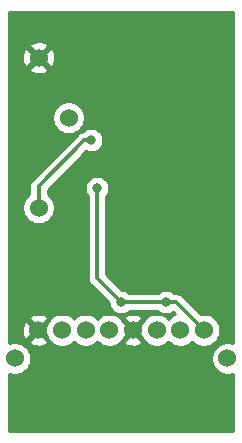
<source format=gbr>
G04 #@! TF.GenerationSoftware,KiCad,Pcbnew,5.1.5-52549c5~84~ubuntu18.04.1*
G04 #@! TF.CreationDate,2020-01-22T16:22:53-05:00*
G04 #@! TF.ProjectId,ATA,4154412e-6b69-4636-9164-5f7063625858,1.0*
G04 #@! TF.SameCoordinates,Original*
G04 #@! TF.FileFunction,Copper,L2,Bot*
G04 #@! TF.FilePolarity,Positive*
%FSLAX46Y46*%
G04 Gerber Fmt 4.6, Leading zero omitted, Abs format (unit mm)*
G04 Created by KiCad (PCBNEW 5.1.5-52549c5~84~ubuntu18.04.1) date 2020-01-22 16:22:53*
%MOMM*%
%LPD*%
G04 APERTURE LIST*
%ADD10C,1.524000*%
%ADD11C,0.800000*%
%ADD12C,0.300000*%
%ADD13C,0.254000*%
G04 APERTURE END LIST*
D10*
X155050000Y-101785000D03*
X137050000Y-101785000D03*
X153050000Y-99385000D03*
X139050000Y-99385000D03*
X151050000Y-99385000D03*
X141050000Y-99385000D03*
X149050000Y-99385000D03*
X143050000Y-99385000D03*
X147050000Y-99385000D03*
X145050000Y-99385000D03*
X139065000Y-76327000D03*
X139065000Y-89027000D03*
X141605000Y-81407000D03*
D11*
X146812000Y-87376000D03*
X146050000Y-97028000D03*
X149860000Y-97028000D03*
X144018000Y-87376000D03*
X143510000Y-83312000D03*
D12*
X146050000Y-97028000D02*
X149860000Y-97028000D01*
X150693000Y-97028000D02*
X153050000Y-99385000D01*
X149860000Y-97028000D02*
X150693000Y-97028000D01*
X144018000Y-94996000D02*
X146050000Y-97028000D01*
X144018000Y-87376000D02*
X144018000Y-94996000D01*
X139065000Y-87249000D02*
X139065000Y-89027000D01*
X139065000Y-87949370D02*
X139065000Y-89027000D01*
X142944315Y-83312000D02*
X139065000Y-87191315D01*
X143510000Y-83312000D02*
X142944315Y-83312000D01*
D13*
G36*
X155550000Y-100480005D02*
G01*
X155457490Y-100441686D01*
X155187592Y-100388000D01*
X154912408Y-100388000D01*
X154642510Y-100441686D01*
X154388273Y-100546995D01*
X154159465Y-100699880D01*
X153964880Y-100894465D01*
X153811995Y-101123273D01*
X153706686Y-101377510D01*
X153653000Y-101647408D01*
X153653000Y-101922592D01*
X153706686Y-102192490D01*
X153811995Y-102446727D01*
X153964880Y-102675535D01*
X154159465Y-102870120D01*
X154388273Y-103023005D01*
X154642510Y-103128314D01*
X154912408Y-103182000D01*
X155187592Y-103182000D01*
X155457490Y-103128314D01*
X155550000Y-103089995D01*
X155550000Y-107925000D01*
X136550000Y-107925000D01*
X136550000Y-103089995D01*
X136642510Y-103128314D01*
X136912408Y-103182000D01*
X137187592Y-103182000D01*
X137457490Y-103128314D01*
X137711727Y-103023005D01*
X137940535Y-102870120D01*
X138135120Y-102675535D01*
X138288005Y-102446727D01*
X138393314Y-102192490D01*
X138447000Y-101922592D01*
X138447000Y-101647408D01*
X138393314Y-101377510D01*
X138288005Y-101123273D01*
X138135120Y-100894465D01*
X137940535Y-100699880D01*
X137711727Y-100546995D01*
X137457490Y-100441686D01*
X137187592Y-100388000D01*
X136912408Y-100388000D01*
X136642510Y-100441686D01*
X136550000Y-100480005D01*
X136550000Y-100350565D01*
X138264040Y-100350565D01*
X138331020Y-100590656D01*
X138580048Y-100707756D01*
X138847135Y-100774023D01*
X139122017Y-100786910D01*
X139394133Y-100745922D01*
X139653023Y-100652636D01*
X139768980Y-100590656D01*
X139835960Y-100350565D01*
X139050000Y-99564605D01*
X138264040Y-100350565D01*
X136550000Y-100350565D01*
X136550000Y-99457017D01*
X137648090Y-99457017D01*
X137689078Y-99729133D01*
X137782364Y-99988023D01*
X137844344Y-100103980D01*
X138084435Y-100170960D01*
X138870395Y-99385000D01*
X139229605Y-99385000D01*
X139755895Y-99911290D01*
X139811995Y-100046727D01*
X139964880Y-100275535D01*
X140159465Y-100470120D01*
X140388273Y-100623005D01*
X140642510Y-100728314D01*
X140912408Y-100782000D01*
X141187592Y-100782000D01*
X141457490Y-100728314D01*
X141711727Y-100623005D01*
X141940535Y-100470120D01*
X142050000Y-100360655D01*
X142159465Y-100470120D01*
X142388273Y-100623005D01*
X142642510Y-100728314D01*
X142912408Y-100782000D01*
X143187592Y-100782000D01*
X143457490Y-100728314D01*
X143711727Y-100623005D01*
X143940535Y-100470120D01*
X144050000Y-100360655D01*
X144159465Y-100470120D01*
X144388273Y-100623005D01*
X144642510Y-100728314D01*
X144912408Y-100782000D01*
X145187592Y-100782000D01*
X145457490Y-100728314D01*
X145711727Y-100623005D01*
X145940535Y-100470120D01*
X146060090Y-100350565D01*
X146264040Y-100350565D01*
X146331020Y-100590656D01*
X146580048Y-100707756D01*
X146847135Y-100774023D01*
X147122017Y-100786910D01*
X147394133Y-100745922D01*
X147653023Y-100652636D01*
X147768980Y-100590656D01*
X147835960Y-100350565D01*
X147050000Y-99564605D01*
X146264040Y-100350565D01*
X146060090Y-100350565D01*
X146135120Y-100275535D01*
X146288005Y-100046727D01*
X146344105Y-99911290D01*
X146870395Y-99385000D01*
X146344105Y-98858710D01*
X146288005Y-98723273D01*
X146135120Y-98494465D01*
X146060090Y-98419435D01*
X146264040Y-98419435D01*
X147050000Y-99205395D01*
X147835960Y-98419435D01*
X147768980Y-98179344D01*
X147519952Y-98062244D01*
X147252865Y-97995977D01*
X146977983Y-97983090D01*
X146705867Y-98024078D01*
X146446977Y-98117364D01*
X146331020Y-98179344D01*
X146264040Y-98419435D01*
X146060090Y-98419435D01*
X145940535Y-98299880D01*
X145711727Y-98146995D01*
X145457490Y-98041686D01*
X145187592Y-97988000D01*
X144912408Y-97988000D01*
X144642510Y-98041686D01*
X144388273Y-98146995D01*
X144159465Y-98299880D01*
X144050000Y-98409345D01*
X143940535Y-98299880D01*
X143711727Y-98146995D01*
X143457490Y-98041686D01*
X143187592Y-97988000D01*
X142912408Y-97988000D01*
X142642510Y-98041686D01*
X142388273Y-98146995D01*
X142159465Y-98299880D01*
X142050000Y-98409345D01*
X141940535Y-98299880D01*
X141711727Y-98146995D01*
X141457490Y-98041686D01*
X141187592Y-97988000D01*
X140912408Y-97988000D01*
X140642510Y-98041686D01*
X140388273Y-98146995D01*
X140159465Y-98299880D01*
X139964880Y-98494465D01*
X139811995Y-98723273D01*
X139755895Y-98858710D01*
X139229605Y-99385000D01*
X138870395Y-99385000D01*
X138084435Y-98599040D01*
X137844344Y-98666020D01*
X137727244Y-98915048D01*
X137660977Y-99182135D01*
X137648090Y-99457017D01*
X136550000Y-99457017D01*
X136550000Y-98419435D01*
X138264040Y-98419435D01*
X139050000Y-99205395D01*
X139835960Y-98419435D01*
X139768980Y-98179344D01*
X139519952Y-98062244D01*
X139252865Y-97995977D01*
X138977983Y-97983090D01*
X138705867Y-98024078D01*
X138446977Y-98117364D01*
X138331020Y-98179344D01*
X138264040Y-98419435D01*
X136550000Y-98419435D01*
X136550000Y-88889408D01*
X137668000Y-88889408D01*
X137668000Y-89164592D01*
X137721686Y-89434490D01*
X137826995Y-89688727D01*
X137979880Y-89917535D01*
X138174465Y-90112120D01*
X138403273Y-90265005D01*
X138657510Y-90370314D01*
X138927408Y-90424000D01*
X139202592Y-90424000D01*
X139472490Y-90370314D01*
X139726727Y-90265005D01*
X139955535Y-90112120D01*
X140150120Y-89917535D01*
X140303005Y-89688727D01*
X140408314Y-89434490D01*
X140462000Y-89164592D01*
X140462000Y-88889408D01*
X140408314Y-88619510D01*
X140303005Y-88365273D01*
X140150120Y-88136465D01*
X139955535Y-87941880D01*
X139850000Y-87871364D01*
X139850000Y-87516472D01*
X140092411Y-87274061D01*
X142983000Y-87274061D01*
X142983000Y-87477939D01*
X143022774Y-87677898D01*
X143100795Y-87866256D01*
X143214063Y-88035774D01*
X143233000Y-88054711D01*
X143233001Y-94957437D01*
X143229203Y-94996000D01*
X143244359Y-95149886D01*
X143289246Y-95297859D01*
X143289247Y-95297860D01*
X143362139Y-95434233D01*
X143402690Y-95483644D01*
X143435655Y-95523812D01*
X143435659Y-95523816D01*
X143460237Y-95553764D01*
X143490185Y-95578342D01*
X145015000Y-97103158D01*
X145015000Y-97129939D01*
X145054774Y-97329898D01*
X145132795Y-97518256D01*
X145246063Y-97687774D01*
X145390226Y-97831937D01*
X145559744Y-97945205D01*
X145748102Y-98023226D01*
X145948061Y-98063000D01*
X146151939Y-98063000D01*
X146351898Y-98023226D01*
X146540256Y-97945205D01*
X146709774Y-97831937D01*
X146728711Y-97813000D01*
X149181289Y-97813000D01*
X149200226Y-97831937D01*
X149369744Y-97945205D01*
X149558102Y-98023226D01*
X149758061Y-98063000D01*
X149961939Y-98063000D01*
X150161898Y-98023226D01*
X150350256Y-97945205D01*
X150440050Y-97885207D01*
X150609996Y-98055154D01*
X150388273Y-98146995D01*
X150159465Y-98299880D01*
X150050000Y-98409345D01*
X149940535Y-98299880D01*
X149711727Y-98146995D01*
X149457490Y-98041686D01*
X149187592Y-97988000D01*
X148912408Y-97988000D01*
X148642510Y-98041686D01*
X148388273Y-98146995D01*
X148159465Y-98299880D01*
X147964880Y-98494465D01*
X147811995Y-98723273D01*
X147755895Y-98858710D01*
X147229605Y-99385000D01*
X147755895Y-99911290D01*
X147811995Y-100046727D01*
X147964880Y-100275535D01*
X148159465Y-100470120D01*
X148388273Y-100623005D01*
X148642510Y-100728314D01*
X148912408Y-100782000D01*
X149187592Y-100782000D01*
X149457490Y-100728314D01*
X149711727Y-100623005D01*
X149940535Y-100470120D01*
X150050000Y-100360655D01*
X150159465Y-100470120D01*
X150388273Y-100623005D01*
X150642510Y-100728314D01*
X150912408Y-100782000D01*
X151187592Y-100782000D01*
X151457490Y-100728314D01*
X151711727Y-100623005D01*
X151940535Y-100470120D01*
X152050000Y-100360655D01*
X152159465Y-100470120D01*
X152388273Y-100623005D01*
X152642510Y-100728314D01*
X152912408Y-100782000D01*
X153187592Y-100782000D01*
X153457490Y-100728314D01*
X153711727Y-100623005D01*
X153940535Y-100470120D01*
X154135120Y-100275535D01*
X154288005Y-100046727D01*
X154393314Y-99792490D01*
X154447000Y-99522592D01*
X154447000Y-99247408D01*
X154393314Y-98977510D01*
X154288005Y-98723273D01*
X154135120Y-98494465D01*
X153940535Y-98299880D01*
X153711727Y-98146995D01*
X153457490Y-98041686D01*
X153187592Y-97988000D01*
X152912408Y-97988000D01*
X152787920Y-98012762D01*
X151275347Y-96500190D01*
X151250764Y-96470236D01*
X151131233Y-96372138D01*
X150994860Y-96299246D01*
X150846887Y-96254359D01*
X150731561Y-96243000D01*
X150731553Y-96243000D01*
X150693000Y-96239203D01*
X150654447Y-96243000D01*
X150538711Y-96243000D01*
X150519774Y-96224063D01*
X150350256Y-96110795D01*
X150161898Y-96032774D01*
X149961939Y-95993000D01*
X149758061Y-95993000D01*
X149558102Y-96032774D01*
X149369744Y-96110795D01*
X149200226Y-96224063D01*
X149181289Y-96243000D01*
X146728711Y-96243000D01*
X146709774Y-96224063D01*
X146540256Y-96110795D01*
X146351898Y-96032774D01*
X146151939Y-95993000D01*
X146125158Y-95993000D01*
X144803000Y-94670843D01*
X144803000Y-88054711D01*
X144821937Y-88035774D01*
X144935205Y-87866256D01*
X145013226Y-87677898D01*
X145053000Y-87477939D01*
X145053000Y-87274061D01*
X145013226Y-87074102D01*
X144935205Y-86885744D01*
X144821937Y-86716226D01*
X144677774Y-86572063D01*
X144508256Y-86458795D01*
X144319898Y-86380774D01*
X144119939Y-86341000D01*
X143916061Y-86341000D01*
X143716102Y-86380774D01*
X143527744Y-86458795D01*
X143358226Y-86572063D01*
X143214063Y-86716226D01*
X143100795Y-86885744D01*
X143022774Y-87074102D01*
X142983000Y-87274061D01*
X140092411Y-87274061D01*
X143102845Y-84263627D01*
X143208102Y-84307226D01*
X143408061Y-84347000D01*
X143611939Y-84347000D01*
X143811898Y-84307226D01*
X144000256Y-84229205D01*
X144169774Y-84115937D01*
X144313937Y-83971774D01*
X144427205Y-83802256D01*
X144505226Y-83613898D01*
X144545000Y-83413939D01*
X144545000Y-83210061D01*
X144505226Y-83010102D01*
X144427205Y-82821744D01*
X144313937Y-82652226D01*
X144169774Y-82508063D01*
X144000256Y-82394795D01*
X143811898Y-82316774D01*
X143611939Y-82277000D01*
X143408061Y-82277000D01*
X143208102Y-82316774D01*
X143019744Y-82394795D01*
X142850226Y-82508063D01*
X142823154Y-82535135D01*
X142790428Y-82538358D01*
X142642455Y-82583246D01*
X142506082Y-82656138D01*
X142386551Y-82754236D01*
X142361968Y-82784190D01*
X138482655Y-86663503D01*
X138409139Y-86753083D01*
X138336246Y-86889456D01*
X138291359Y-87037429D01*
X138276203Y-87191315D01*
X138280000Y-87229868D01*
X138280000Y-87871363D01*
X138174465Y-87941880D01*
X137979880Y-88136465D01*
X137826995Y-88365273D01*
X137721686Y-88619510D01*
X137668000Y-88889408D01*
X136550000Y-88889408D01*
X136550000Y-81269408D01*
X140208000Y-81269408D01*
X140208000Y-81544592D01*
X140261686Y-81814490D01*
X140366995Y-82068727D01*
X140519880Y-82297535D01*
X140714465Y-82492120D01*
X140943273Y-82645005D01*
X141197510Y-82750314D01*
X141467408Y-82804000D01*
X141742592Y-82804000D01*
X142012490Y-82750314D01*
X142266727Y-82645005D01*
X142495535Y-82492120D01*
X142690120Y-82297535D01*
X142843005Y-82068727D01*
X142948314Y-81814490D01*
X143002000Y-81544592D01*
X143002000Y-81269408D01*
X142948314Y-80999510D01*
X142843005Y-80745273D01*
X142690120Y-80516465D01*
X142495535Y-80321880D01*
X142266727Y-80168995D01*
X142012490Y-80063686D01*
X141742592Y-80010000D01*
X141467408Y-80010000D01*
X141197510Y-80063686D01*
X140943273Y-80168995D01*
X140714465Y-80321880D01*
X140519880Y-80516465D01*
X140366995Y-80745273D01*
X140261686Y-80999510D01*
X140208000Y-81269408D01*
X136550000Y-81269408D01*
X136550000Y-77292565D01*
X138279040Y-77292565D01*
X138346020Y-77532656D01*
X138595048Y-77649756D01*
X138862135Y-77716023D01*
X139137017Y-77728910D01*
X139409133Y-77687922D01*
X139668023Y-77594636D01*
X139783980Y-77532656D01*
X139850960Y-77292565D01*
X139065000Y-76506605D01*
X138279040Y-77292565D01*
X136550000Y-77292565D01*
X136550000Y-76399017D01*
X137663090Y-76399017D01*
X137704078Y-76671133D01*
X137797364Y-76930023D01*
X137859344Y-77045980D01*
X138099435Y-77112960D01*
X138885395Y-76327000D01*
X139244605Y-76327000D01*
X140030565Y-77112960D01*
X140270656Y-77045980D01*
X140387756Y-76796952D01*
X140454023Y-76529865D01*
X140466910Y-76254983D01*
X140425922Y-75982867D01*
X140332636Y-75723977D01*
X140270656Y-75608020D01*
X140030565Y-75541040D01*
X139244605Y-76327000D01*
X138885395Y-76327000D01*
X138099435Y-75541040D01*
X137859344Y-75608020D01*
X137742244Y-75857048D01*
X137675977Y-76124135D01*
X137663090Y-76399017D01*
X136550000Y-76399017D01*
X136550000Y-75361435D01*
X138279040Y-75361435D01*
X139065000Y-76147395D01*
X139850960Y-75361435D01*
X139783980Y-75121344D01*
X139534952Y-75004244D01*
X139267865Y-74937977D01*
X138992983Y-74925090D01*
X138720867Y-74966078D01*
X138461977Y-75059364D01*
X138346020Y-75121344D01*
X138279040Y-75361435D01*
X136550000Y-75361435D01*
X136550000Y-72415000D01*
X155550001Y-72415000D01*
X155550000Y-100480005D01*
G37*
X155550000Y-100480005D02*
X155457490Y-100441686D01*
X155187592Y-100388000D01*
X154912408Y-100388000D01*
X154642510Y-100441686D01*
X154388273Y-100546995D01*
X154159465Y-100699880D01*
X153964880Y-100894465D01*
X153811995Y-101123273D01*
X153706686Y-101377510D01*
X153653000Y-101647408D01*
X153653000Y-101922592D01*
X153706686Y-102192490D01*
X153811995Y-102446727D01*
X153964880Y-102675535D01*
X154159465Y-102870120D01*
X154388273Y-103023005D01*
X154642510Y-103128314D01*
X154912408Y-103182000D01*
X155187592Y-103182000D01*
X155457490Y-103128314D01*
X155550000Y-103089995D01*
X155550000Y-107925000D01*
X136550000Y-107925000D01*
X136550000Y-103089995D01*
X136642510Y-103128314D01*
X136912408Y-103182000D01*
X137187592Y-103182000D01*
X137457490Y-103128314D01*
X137711727Y-103023005D01*
X137940535Y-102870120D01*
X138135120Y-102675535D01*
X138288005Y-102446727D01*
X138393314Y-102192490D01*
X138447000Y-101922592D01*
X138447000Y-101647408D01*
X138393314Y-101377510D01*
X138288005Y-101123273D01*
X138135120Y-100894465D01*
X137940535Y-100699880D01*
X137711727Y-100546995D01*
X137457490Y-100441686D01*
X137187592Y-100388000D01*
X136912408Y-100388000D01*
X136642510Y-100441686D01*
X136550000Y-100480005D01*
X136550000Y-100350565D01*
X138264040Y-100350565D01*
X138331020Y-100590656D01*
X138580048Y-100707756D01*
X138847135Y-100774023D01*
X139122017Y-100786910D01*
X139394133Y-100745922D01*
X139653023Y-100652636D01*
X139768980Y-100590656D01*
X139835960Y-100350565D01*
X139050000Y-99564605D01*
X138264040Y-100350565D01*
X136550000Y-100350565D01*
X136550000Y-99457017D01*
X137648090Y-99457017D01*
X137689078Y-99729133D01*
X137782364Y-99988023D01*
X137844344Y-100103980D01*
X138084435Y-100170960D01*
X138870395Y-99385000D01*
X139229605Y-99385000D01*
X139755895Y-99911290D01*
X139811995Y-100046727D01*
X139964880Y-100275535D01*
X140159465Y-100470120D01*
X140388273Y-100623005D01*
X140642510Y-100728314D01*
X140912408Y-100782000D01*
X141187592Y-100782000D01*
X141457490Y-100728314D01*
X141711727Y-100623005D01*
X141940535Y-100470120D01*
X142050000Y-100360655D01*
X142159465Y-100470120D01*
X142388273Y-100623005D01*
X142642510Y-100728314D01*
X142912408Y-100782000D01*
X143187592Y-100782000D01*
X143457490Y-100728314D01*
X143711727Y-100623005D01*
X143940535Y-100470120D01*
X144050000Y-100360655D01*
X144159465Y-100470120D01*
X144388273Y-100623005D01*
X144642510Y-100728314D01*
X144912408Y-100782000D01*
X145187592Y-100782000D01*
X145457490Y-100728314D01*
X145711727Y-100623005D01*
X145940535Y-100470120D01*
X146060090Y-100350565D01*
X146264040Y-100350565D01*
X146331020Y-100590656D01*
X146580048Y-100707756D01*
X146847135Y-100774023D01*
X147122017Y-100786910D01*
X147394133Y-100745922D01*
X147653023Y-100652636D01*
X147768980Y-100590656D01*
X147835960Y-100350565D01*
X147050000Y-99564605D01*
X146264040Y-100350565D01*
X146060090Y-100350565D01*
X146135120Y-100275535D01*
X146288005Y-100046727D01*
X146344105Y-99911290D01*
X146870395Y-99385000D01*
X146344105Y-98858710D01*
X146288005Y-98723273D01*
X146135120Y-98494465D01*
X146060090Y-98419435D01*
X146264040Y-98419435D01*
X147050000Y-99205395D01*
X147835960Y-98419435D01*
X147768980Y-98179344D01*
X147519952Y-98062244D01*
X147252865Y-97995977D01*
X146977983Y-97983090D01*
X146705867Y-98024078D01*
X146446977Y-98117364D01*
X146331020Y-98179344D01*
X146264040Y-98419435D01*
X146060090Y-98419435D01*
X145940535Y-98299880D01*
X145711727Y-98146995D01*
X145457490Y-98041686D01*
X145187592Y-97988000D01*
X144912408Y-97988000D01*
X144642510Y-98041686D01*
X144388273Y-98146995D01*
X144159465Y-98299880D01*
X144050000Y-98409345D01*
X143940535Y-98299880D01*
X143711727Y-98146995D01*
X143457490Y-98041686D01*
X143187592Y-97988000D01*
X142912408Y-97988000D01*
X142642510Y-98041686D01*
X142388273Y-98146995D01*
X142159465Y-98299880D01*
X142050000Y-98409345D01*
X141940535Y-98299880D01*
X141711727Y-98146995D01*
X141457490Y-98041686D01*
X141187592Y-97988000D01*
X140912408Y-97988000D01*
X140642510Y-98041686D01*
X140388273Y-98146995D01*
X140159465Y-98299880D01*
X139964880Y-98494465D01*
X139811995Y-98723273D01*
X139755895Y-98858710D01*
X139229605Y-99385000D01*
X138870395Y-99385000D01*
X138084435Y-98599040D01*
X137844344Y-98666020D01*
X137727244Y-98915048D01*
X137660977Y-99182135D01*
X137648090Y-99457017D01*
X136550000Y-99457017D01*
X136550000Y-98419435D01*
X138264040Y-98419435D01*
X139050000Y-99205395D01*
X139835960Y-98419435D01*
X139768980Y-98179344D01*
X139519952Y-98062244D01*
X139252865Y-97995977D01*
X138977983Y-97983090D01*
X138705867Y-98024078D01*
X138446977Y-98117364D01*
X138331020Y-98179344D01*
X138264040Y-98419435D01*
X136550000Y-98419435D01*
X136550000Y-88889408D01*
X137668000Y-88889408D01*
X137668000Y-89164592D01*
X137721686Y-89434490D01*
X137826995Y-89688727D01*
X137979880Y-89917535D01*
X138174465Y-90112120D01*
X138403273Y-90265005D01*
X138657510Y-90370314D01*
X138927408Y-90424000D01*
X139202592Y-90424000D01*
X139472490Y-90370314D01*
X139726727Y-90265005D01*
X139955535Y-90112120D01*
X140150120Y-89917535D01*
X140303005Y-89688727D01*
X140408314Y-89434490D01*
X140462000Y-89164592D01*
X140462000Y-88889408D01*
X140408314Y-88619510D01*
X140303005Y-88365273D01*
X140150120Y-88136465D01*
X139955535Y-87941880D01*
X139850000Y-87871364D01*
X139850000Y-87516472D01*
X140092411Y-87274061D01*
X142983000Y-87274061D01*
X142983000Y-87477939D01*
X143022774Y-87677898D01*
X143100795Y-87866256D01*
X143214063Y-88035774D01*
X143233000Y-88054711D01*
X143233001Y-94957437D01*
X143229203Y-94996000D01*
X143244359Y-95149886D01*
X143289246Y-95297859D01*
X143289247Y-95297860D01*
X143362139Y-95434233D01*
X143402690Y-95483644D01*
X143435655Y-95523812D01*
X143435659Y-95523816D01*
X143460237Y-95553764D01*
X143490185Y-95578342D01*
X145015000Y-97103158D01*
X145015000Y-97129939D01*
X145054774Y-97329898D01*
X145132795Y-97518256D01*
X145246063Y-97687774D01*
X145390226Y-97831937D01*
X145559744Y-97945205D01*
X145748102Y-98023226D01*
X145948061Y-98063000D01*
X146151939Y-98063000D01*
X146351898Y-98023226D01*
X146540256Y-97945205D01*
X146709774Y-97831937D01*
X146728711Y-97813000D01*
X149181289Y-97813000D01*
X149200226Y-97831937D01*
X149369744Y-97945205D01*
X149558102Y-98023226D01*
X149758061Y-98063000D01*
X149961939Y-98063000D01*
X150161898Y-98023226D01*
X150350256Y-97945205D01*
X150440050Y-97885207D01*
X150609996Y-98055154D01*
X150388273Y-98146995D01*
X150159465Y-98299880D01*
X150050000Y-98409345D01*
X149940535Y-98299880D01*
X149711727Y-98146995D01*
X149457490Y-98041686D01*
X149187592Y-97988000D01*
X148912408Y-97988000D01*
X148642510Y-98041686D01*
X148388273Y-98146995D01*
X148159465Y-98299880D01*
X147964880Y-98494465D01*
X147811995Y-98723273D01*
X147755895Y-98858710D01*
X147229605Y-99385000D01*
X147755895Y-99911290D01*
X147811995Y-100046727D01*
X147964880Y-100275535D01*
X148159465Y-100470120D01*
X148388273Y-100623005D01*
X148642510Y-100728314D01*
X148912408Y-100782000D01*
X149187592Y-100782000D01*
X149457490Y-100728314D01*
X149711727Y-100623005D01*
X149940535Y-100470120D01*
X150050000Y-100360655D01*
X150159465Y-100470120D01*
X150388273Y-100623005D01*
X150642510Y-100728314D01*
X150912408Y-100782000D01*
X151187592Y-100782000D01*
X151457490Y-100728314D01*
X151711727Y-100623005D01*
X151940535Y-100470120D01*
X152050000Y-100360655D01*
X152159465Y-100470120D01*
X152388273Y-100623005D01*
X152642510Y-100728314D01*
X152912408Y-100782000D01*
X153187592Y-100782000D01*
X153457490Y-100728314D01*
X153711727Y-100623005D01*
X153940535Y-100470120D01*
X154135120Y-100275535D01*
X154288005Y-100046727D01*
X154393314Y-99792490D01*
X154447000Y-99522592D01*
X154447000Y-99247408D01*
X154393314Y-98977510D01*
X154288005Y-98723273D01*
X154135120Y-98494465D01*
X153940535Y-98299880D01*
X153711727Y-98146995D01*
X153457490Y-98041686D01*
X153187592Y-97988000D01*
X152912408Y-97988000D01*
X152787920Y-98012762D01*
X151275347Y-96500190D01*
X151250764Y-96470236D01*
X151131233Y-96372138D01*
X150994860Y-96299246D01*
X150846887Y-96254359D01*
X150731561Y-96243000D01*
X150731553Y-96243000D01*
X150693000Y-96239203D01*
X150654447Y-96243000D01*
X150538711Y-96243000D01*
X150519774Y-96224063D01*
X150350256Y-96110795D01*
X150161898Y-96032774D01*
X149961939Y-95993000D01*
X149758061Y-95993000D01*
X149558102Y-96032774D01*
X149369744Y-96110795D01*
X149200226Y-96224063D01*
X149181289Y-96243000D01*
X146728711Y-96243000D01*
X146709774Y-96224063D01*
X146540256Y-96110795D01*
X146351898Y-96032774D01*
X146151939Y-95993000D01*
X146125158Y-95993000D01*
X144803000Y-94670843D01*
X144803000Y-88054711D01*
X144821937Y-88035774D01*
X144935205Y-87866256D01*
X145013226Y-87677898D01*
X145053000Y-87477939D01*
X145053000Y-87274061D01*
X145013226Y-87074102D01*
X144935205Y-86885744D01*
X144821937Y-86716226D01*
X144677774Y-86572063D01*
X144508256Y-86458795D01*
X144319898Y-86380774D01*
X144119939Y-86341000D01*
X143916061Y-86341000D01*
X143716102Y-86380774D01*
X143527744Y-86458795D01*
X143358226Y-86572063D01*
X143214063Y-86716226D01*
X143100795Y-86885744D01*
X143022774Y-87074102D01*
X142983000Y-87274061D01*
X140092411Y-87274061D01*
X143102845Y-84263627D01*
X143208102Y-84307226D01*
X143408061Y-84347000D01*
X143611939Y-84347000D01*
X143811898Y-84307226D01*
X144000256Y-84229205D01*
X144169774Y-84115937D01*
X144313937Y-83971774D01*
X144427205Y-83802256D01*
X144505226Y-83613898D01*
X144545000Y-83413939D01*
X144545000Y-83210061D01*
X144505226Y-83010102D01*
X144427205Y-82821744D01*
X144313937Y-82652226D01*
X144169774Y-82508063D01*
X144000256Y-82394795D01*
X143811898Y-82316774D01*
X143611939Y-82277000D01*
X143408061Y-82277000D01*
X143208102Y-82316774D01*
X143019744Y-82394795D01*
X142850226Y-82508063D01*
X142823154Y-82535135D01*
X142790428Y-82538358D01*
X142642455Y-82583246D01*
X142506082Y-82656138D01*
X142386551Y-82754236D01*
X142361968Y-82784190D01*
X138482655Y-86663503D01*
X138409139Y-86753083D01*
X138336246Y-86889456D01*
X138291359Y-87037429D01*
X138276203Y-87191315D01*
X138280000Y-87229868D01*
X138280000Y-87871363D01*
X138174465Y-87941880D01*
X137979880Y-88136465D01*
X137826995Y-88365273D01*
X137721686Y-88619510D01*
X137668000Y-88889408D01*
X136550000Y-88889408D01*
X136550000Y-81269408D01*
X140208000Y-81269408D01*
X140208000Y-81544592D01*
X140261686Y-81814490D01*
X140366995Y-82068727D01*
X140519880Y-82297535D01*
X140714465Y-82492120D01*
X140943273Y-82645005D01*
X141197510Y-82750314D01*
X141467408Y-82804000D01*
X141742592Y-82804000D01*
X142012490Y-82750314D01*
X142266727Y-82645005D01*
X142495535Y-82492120D01*
X142690120Y-82297535D01*
X142843005Y-82068727D01*
X142948314Y-81814490D01*
X143002000Y-81544592D01*
X143002000Y-81269408D01*
X142948314Y-80999510D01*
X142843005Y-80745273D01*
X142690120Y-80516465D01*
X142495535Y-80321880D01*
X142266727Y-80168995D01*
X142012490Y-80063686D01*
X141742592Y-80010000D01*
X141467408Y-80010000D01*
X141197510Y-80063686D01*
X140943273Y-80168995D01*
X140714465Y-80321880D01*
X140519880Y-80516465D01*
X140366995Y-80745273D01*
X140261686Y-80999510D01*
X140208000Y-81269408D01*
X136550000Y-81269408D01*
X136550000Y-77292565D01*
X138279040Y-77292565D01*
X138346020Y-77532656D01*
X138595048Y-77649756D01*
X138862135Y-77716023D01*
X139137017Y-77728910D01*
X139409133Y-77687922D01*
X139668023Y-77594636D01*
X139783980Y-77532656D01*
X139850960Y-77292565D01*
X139065000Y-76506605D01*
X138279040Y-77292565D01*
X136550000Y-77292565D01*
X136550000Y-76399017D01*
X137663090Y-76399017D01*
X137704078Y-76671133D01*
X137797364Y-76930023D01*
X137859344Y-77045980D01*
X138099435Y-77112960D01*
X138885395Y-76327000D01*
X139244605Y-76327000D01*
X140030565Y-77112960D01*
X140270656Y-77045980D01*
X140387756Y-76796952D01*
X140454023Y-76529865D01*
X140466910Y-76254983D01*
X140425922Y-75982867D01*
X140332636Y-75723977D01*
X140270656Y-75608020D01*
X140030565Y-75541040D01*
X139244605Y-76327000D01*
X138885395Y-76327000D01*
X138099435Y-75541040D01*
X137859344Y-75608020D01*
X137742244Y-75857048D01*
X137675977Y-76124135D01*
X137663090Y-76399017D01*
X136550000Y-76399017D01*
X136550000Y-75361435D01*
X138279040Y-75361435D01*
X139065000Y-76147395D01*
X139850960Y-75361435D01*
X139783980Y-75121344D01*
X139534952Y-75004244D01*
X139267865Y-74937977D01*
X138992983Y-74925090D01*
X138720867Y-74966078D01*
X138461977Y-75059364D01*
X138346020Y-75121344D01*
X138279040Y-75361435D01*
X136550000Y-75361435D01*
X136550000Y-72415000D01*
X155550001Y-72415000D01*
X155550000Y-100480005D01*
M02*

</source>
